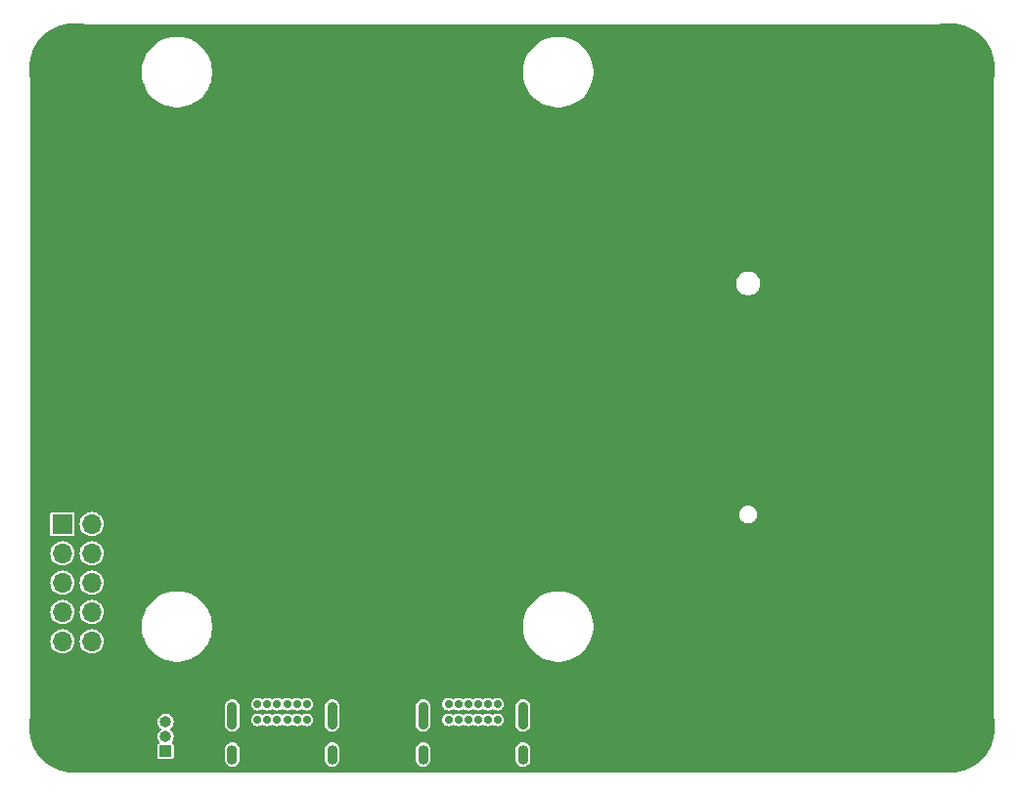
<source format=gbr>
%TF.GenerationSoftware,KiCad,Pcbnew,8.0.3*%
%TF.CreationDate,2024-11-01T12:04:32+00:00*%
%TF.ProjectId,CM4RadarBoard,434d3452-6164-4617-9242-6f6172642e6b,rev?*%
%TF.SameCoordinates,Original*%
%TF.FileFunction,Copper,L2,Inr*%
%TF.FilePolarity,Positive*%
%FSLAX46Y46*%
G04 Gerber Fmt 4.6, Leading zero omitted, Abs format (unit mm)*
G04 Created by KiCad (PCBNEW 8.0.3) date 2024-11-01 12:04:32*
%MOMM*%
%LPD*%
G01*
G04 APERTURE LIST*
%TA.AperFunction,ComponentPad*%
%ADD10C,7.400000*%
%TD*%
%TA.AperFunction,ComponentPad*%
%ADD11C,0.700000*%
%TD*%
%TA.AperFunction,ComponentPad*%
%ADD12O,0.900000X2.400000*%
%TD*%
%TA.AperFunction,ComponentPad*%
%ADD13O,0.900000X1.700000*%
%TD*%
%TA.AperFunction,ComponentPad*%
%ADD14R,1.700000X1.700000*%
%TD*%
%TA.AperFunction,ComponentPad*%
%ADD15O,1.700000X1.700000*%
%TD*%
%TA.AperFunction,ComponentPad*%
%ADD16C,0.900000*%
%TD*%
%TA.AperFunction,ComponentPad*%
%ADD17C,8.000000*%
%TD*%
%TA.AperFunction,ComponentPad*%
%ADD18R,1.000000X1.000000*%
%TD*%
%TA.AperFunction,ComponentPad*%
%ADD19O,1.000000X1.000000*%
%TD*%
G04 APERTURE END LIST*
D10*
%TO.N,GND*%
%TO.C,J9*%
X70000000Y-68500000D03*
%TD*%
%TO.N,GND*%
%TO.C,J8*%
X58000000Y-68500000D03*
%TD*%
%TO.N,GND*%
%TO.C,J7*%
X40000000Y-68500000D03*
%TD*%
D11*
%TO.N,GND*%
%TO.C,J13*%
X71435000Y-94925000D03*
%TO.N,/USB/USBDevAttach*%
X72285000Y-94925000D03*
%TO.N,Net-(J13-CC1)*%
X73135000Y-94925000D03*
%TO.N,/USB/USBDev_P*%
X73985000Y-94925000D03*
%TO.N,/USB/USBDev_N*%
X74835000Y-94925000D03*
%TO.N,unconnected-(J13-SBU1-PadA8)*%
X75685000Y-94925000D03*
%TO.N,/USB/USBDevAttach*%
X76535000Y-94925000D03*
%TO.N,GND*%
X77385000Y-94925000D03*
X77385000Y-96275000D03*
%TO.N,/USB/USBDevAttach*%
X76535000Y-96275000D03*
%TO.N,Net-(J13-CC2)*%
X75685000Y-96275000D03*
%TO.N,/USB/USBDev_P*%
X74835000Y-96275000D03*
%TO.N,/USB/USBDev_N*%
X73985000Y-96275000D03*
%TO.N,unconnected-(J13-SBU2-PadB8)*%
X73135000Y-96275000D03*
%TO.N,/USB/USBDevAttach*%
X72285000Y-96275000D03*
%TO.N,GND*%
X71435000Y-96275000D03*
D12*
%TO.N,unconnected-(J13-SHIELD-PadS1)*%
X70085000Y-95905000D03*
D13*
X70085000Y-99285000D03*
D12*
X78735000Y-95905000D03*
D13*
X78735000Y-99285000D03*
%TD*%
D14*
%TO.N,unconnected-(J6-Pin_1-Pad1)*%
%TO.C,J6*%
X38860000Y-79340000D03*
D15*
%TO.N,unconnected-(J6-Pin_2-Pad2)*%
X41400000Y-79340000D03*
%TO.N,unconnected-(J6-Pin_3-Pad3)*%
X38860000Y-81880000D03*
%TO.N,unconnected-(J6-Pin_4-Pad4)*%
X41400000Y-81880000D03*
%TO.N,unconnected-(J6-Pin_5-Pad5)*%
X38860000Y-84420000D03*
%TO.N,unconnected-(J6-Pin_6-Pad6)*%
X41400000Y-84420000D03*
%TO.N,unconnected-(J6-Pin_7-Pad7)*%
X38860000Y-86960000D03*
%TO.N,unconnected-(J6-Pin_8-Pad8)*%
X41400000Y-86960000D03*
%TO.N,unconnected-(J6-Pin_9-Pad9)*%
X38860000Y-89500000D03*
%TO.N,unconnected-(J6-Pin_10-Pad10)*%
X41400000Y-89500000D03*
%TD*%
D16*
%TO.N,GND*%
%TO.C,H2*%
X112552300Y-40000000D03*
X113430980Y-37878680D03*
X113430980Y-42121320D03*
X115552300Y-37000000D03*
D17*
X115552300Y-40000000D03*
D16*
X115552300Y-43000000D03*
X117673620Y-37878680D03*
X117673620Y-42121320D03*
X118552300Y-40000000D03*
%TD*%
D11*
%TO.N,GND*%
%TO.C,J12*%
X54915000Y-94925000D03*
%TO.N,Net-(D6-A)*%
X55765000Y-94925000D03*
%TO.N,Net-(J12-CC1)*%
X56615000Y-94925000D03*
%TO.N,/USB/USBHOST0_P*%
X57465000Y-94925000D03*
%TO.N,/USB/USBHOST0_N*%
X58315000Y-94925000D03*
%TO.N,unconnected-(J12-SBU1-PadA8)*%
X59165000Y-94925000D03*
%TO.N,Net-(D6-A)*%
X60015000Y-94925000D03*
%TO.N,GND*%
X60865000Y-94925000D03*
X60865000Y-96275000D03*
%TO.N,Net-(D6-A)*%
X60015000Y-96275000D03*
%TO.N,Net-(J12-CC2)*%
X59165000Y-96275000D03*
%TO.N,/USB/USBHOST0_P*%
X58315000Y-96275000D03*
%TO.N,/USB/USBHOST0_N*%
X57465000Y-96275000D03*
%TO.N,unconnected-(J12-SBU2-PadB8)*%
X56615000Y-96275000D03*
%TO.N,Net-(D6-A)*%
X55765000Y-96275000D03*
%TO.N,GND*%
X54915000Y-96275000D03*
D12*
%TO.N,unconnected-(J12-SHIELD-PadS1)*%
X53565000Y-95905000D03*
D13*
X53565000Y-99285000D03*
D12*
X62215000Y-95905000D03*
D13*
X62215000Y-99285000D03*
%TD*%
D16*
%TO.N,GND*%
%TO.C,H1*%
X37000000Y-40000000D03*
X37878680Y-37878680D03*
X37878680Y-42121320D03*
X40000000Y-37000000D03*
D17*
X40000000Y-40000000D03*
D16*
X40000000Y-43000000D03*
X42121320Y-37878680D03*
X42121320Y-42121320D03*
X43000000Y-40000000D03*
%TD*%
%TO.N,GND*%
%TO.C,H3*%
X37000000Y-96896000D03*
X37878680Y-94774680D03*
X37878680Y-99017320D03*
X40000000Y-93896000D03*
D17*
X40000000Y-96896000D03*
D16*
X40000000Y-99896000D03*
X42121320Y-94774680D03*
X42121320Y-99017320D03*
X43000000Y-96896000D03*
%TD*%
%TO.N,GND*%
%TO.C,H4*%
X112552300Y-96896000D03*
X113430980Y-94774680D03*
X113430980Y-99017320D03*
X115552300Y-93896000D03*
D17*
X115552300Y-96896000D03*
D16*
X115552300Y-99896000D03*
X117673620Y-94774680D03*
X117673620Y-99017320D03*
X118552300Y-96896000D03*
%TD*%
D18*
%TO.N,+5V*%
%TO.C,J14*%
X47800000Y-99000000D03*
D19*
%TO.N,/USB/USBHOST2_N*%
X47800000Y-97730000D03*
%TO.N,/USB/USBHOST2_P*%
X47800000Y-96460000D03*
%TO.N,GND*%
X47800000Y-95190000D03*
%TD*%
%TA.AperFunction,Conductor*%
%TO.N,GND*%
G36*
X115554592Y-36073105D02*
G01*
X115910059Y-36089540D01*
X115919162Y-36090383D01*
X116269375Y-36139236D01*
X116278328Y-36140910D01*
X116622515Y-36221862D01*
X116631310Y-36224364D01*
X116966552Y-36336726D01*
X116975079Y-36340029D01*
X117298532Y-36482847D01*
X117306706Y-36486917D01*
X117615599Y-36658969D01*
X117623374Y-36663783D01*
X117915073Y-36863602D01*
X117922370Y-36869113D01*
X118194377Y-37094984D01*
X118201135Y-37101144D01*
X118451155Y-37351164D01*
X118457315Y-37357922D01*
X118683186Y-37629929D01*
X118688697Y-37637226D01*
X118888516Y-37928925D01*
X118893330Y-37936700D01*
X119065379Y-38245587D01*
X119069455Y-38253773D01*
X119212270Y-38577220D01*
X119215573Y-38585747D01*
X119327935Y-38920989D01*
X119330437Y-38929784D01*
X119411385Y-39273951D01*
X119413066Y-39282940D01*
X119461916Y-39633138D01*
X119462759Y-39642243D01*
X119479194Y-39997707D01*
X119479300Y-40002279D01*
X119479300Y-96893720D01*
X119479194Y-96898292D01*
X119462759Y-97253756D01*
X119461916Y-97262861D01*
X119413066Y-97613059D01*
X119411385Y-97622048D01*
X119330437Y-97966215D01*
X119327935Y-97975010D01*
X119215573Y-98310252D01*
X119212270Y-98318779D01*
X119069455Y-98642226D01*
X119065379Y-98650412D01*
X118893330Y-98959299D01*
X118888516Y-98967074D01*
X118688697Y-99258773D01*
X118683186Y-99266070D01*
X118457315Y-99538077D01*
X118451155Y-99544835D01*
X118201135Y-99794855D01*
X118194377Y-99801015D01*
X117922370Y-100026886D01*
X117915073Y-100032397D01*
X117623374Y-100232216D01*
X117615599Y-100237030D01*
X117306712Y-100409079D01*
X117298526Y-100413155D01*
X116975079Y-100555970D01*
X116966552Y-100559273D01*
X116631310Y-100671635D01*
X116622515Y-100674137D01*
X116278348Y-100755085D01*
X116269359Y-100756766D01*
X115919161Y-100805616D01*
X115910056Y-100806459D01*
X115554593Y-100822894D01*
X115550021Y-100823000D01*
X40002279Y-100823000D01*
X39997707Y-100822894D01*
X39642243Y-100806459D01*
X39633138Y-100805616D01*
X39282940Y-100756766D01*
X39273954Y-100755085D01*
X39214521Y-100741107D01*
X38929784Y-100674137D01*
X38920989Y-100671635D01*
X38585747Y-100559273D01*
X38577220Y-100555970D01*
X38253773Y-100413155D01*
X38245587Y-100409079D01*
X37936700Y-100237030D01*
X37928925Y-100232216D01*
X37637226Y-100032397D01*
X37629929Y-100026886D01*
X37357922Y-99801015D01*
X37351164Y-99794855D01*
X37101144Y-99544835D01*
X37094984Y-99538077D01*
X36869113Y-99266070D01*
X36863602Y-99258773D01*
X36663783Y-98967074D01*
X36658969Y-98959299D01*
X36581899Y-98820932D01*
X36486917Y-98650406D01*
X36482844Y-98642226D01*
X36453988Y-98576874D01*
X36340029Y-98318779D01*
X36336726Y-98310252D01*
X36224364Y-97975010D01*
X36221862Y-97966215D01*
X36206023Y-97898872D01*
X36140910Y-97622028D01*
X36139236Y-97613075D01*
X36092844Y-97280501D01*
X36090383Y-97262861D01*
X36089540Y-97253756D01*
X36088509Y-97231465D01*
X36073106Y-96898292D01*
X36073000Y-96893720D01*
X36073000Y-96460000D01*
X47094355Y-96460000D01*
X47114860Y-96628872D01*
X47175182Y-96787930D01*
X47271817Y-96927929D01*
X47271820Y-96927931D01*
X47271823Y-96927935D01*
X47376756Y-97020898D01*
X47407775Y-97073638D01*
X47401869Y-97134537D01*
X47376756Y-97169102D01*
X47271823Y-97262064D01*
X47271816Y-97262072D01*
X47241840Y-97305500D01*
X47175182Y-97402070D01*
X47114860Y-97561128D01*
X47094355Y-97730000D01*
X47114860Y-97898872D01*
X47175182Y-98057930D01*
X47252401Y-98169801D01*
X47269897Y-98228430D01*
X47249590Y-98286147D01*
X47225929Y-98308353D01*
X47155449Y-98355447D01*
X47155445Y-98355451D01*
X47111134Y-98421766D01*
X47111132Y-98421772D01*
X47099501Y-98480241D01*
X47099500Y-98480253D01*
X47099500Y-99519746D01*
X47099501Y-99519758D01*
X47111132Y-99578227D01*
X47111133Y-99578231D01*
X47155448Y-99644552D01*
X47221769Y-99688867D01*
X47266231Y-99697711D01*
X47280241Y-99700498D01*
X47280246Y-99700498D01*
X47280252Y-99700500D01*
X47280253Y-99700500D01*
X48319747Y-99700500D01*
X48319748Y-99700500D01*
X48378231Y-99688867D01*
X48444552Y-99644552D01*
X48488867Y-99578231D01*
X48500500Y-99519748D01*
X48500500Y-98820930D01*
X52914500Y-98820930D01*
X52914500Y-99749069D01*
X52939499Y-99874742D01*
X52939500Y-99874747D01*
X52988534Y-99993125D01*
X52988538Y-99993133D01*
X53011092Y-100026886D01*
X53059724Y-100099669D01*
X53150331Y-100190276D01*
X53208636Y-100229234D01*
X53256866Y-100261461D01*
X53256870Y-100261463D01*
X53256873Y-100261465D01*
X53375256Y-100310501D01*
X53500931Y-100335500D01*
X53500932Y-100335500D01*
X53629068Y-100335500D01*
X53629069Y-100335500D01*
X53754744Y-100310501D01*
X53873127Y-100261465D01*
X53979669Y-100190276D01*
X54070276Y-100099669D01*
X54141465Y-99993127D01*
X54190501Y-99874744D01*
X54215500Y-99749069D01*
X54215500Y-98820931D01*
X54215500Y-98820930D01*
X61564500Y-98820930D01*
X61564500Y-99749069D01*
X61589499Y-99874742D01*
X61589500Y-99874747D01*
X61638534Y-99993125D01*
X61638538Y-99993133D01*
X61661092Y-100026886D01*
X61709724Y-100099669D01*
X61800331Y-100190276D01*
X61858636Y-100229234D01*
X61906866Y-100261461D01*
X61906870Y-100261463D01*
X61906873Y-100261465D01*
X62025256Y-100310501D01*
X62150931Y-100335500D01*
X62150932Y-100335500D01*
X62279068Y-100335500D01*
X62279069Y-100335500D01*
X62404744Y-100310501D01*
X62523127Y-100261465D01*
X62629669Y-100190276D01*
X62720276Y-100099669D01*
X62791465Y-99993127D01*
X62840501Y-99874744D01*
X62865500Y-99749069D01*
X62865500Y-98820931D01*
X62865500Y-98820930D01*
X69434500Y-98820930D01*
X69434500Y-99749069D01*
X69459499Y-99874742D01*
X69459500Y-99874747D01*
X69508534Y-99993125D01*
X69508538Y-99993133D01*
X69531092Y-100026886D01*
X69579724Y-100099669D01*
X69670331Y-100190276D01*
X69728636Y-100229234D01*
X69776866Y-100261461D01*
X69776870Y-100261463D01*
X69776873Y-100261465D01*
X69895256Y-100310501D01*
X70020931Y-100335500D01*
X70020932Y-100335500D01*
X70149068Y-100335500D01*
X70149069Y-100335500D01*
X70274744Y-100310501D01*
X70393127Y-100261465D01*
X70499669Y-100190276D01*
X70590276Y-100099669D01*
X70661465Y-99993127D01*
X70710501Y-99874744D01*
X70735500Y-99749069D01*
X70735500Y-98820931D01*
X70735500Y-98820930D01*
X78084500Y-98820930D01*
X78084500Y-99749069D01*
X78109499Y-99874742D01*
X78109500Y-99874747D01*
X78158534Y-99993125D01*
X78158538Y-99993133D01*
X78181092Y-100026886D01*
X78229724Y-100099669D01*
X78320331Y-100190276D01*
X78378636Y-100229234D01*
X78426866Y-100261461D01*
X78426870Y-100261463D01*
X78426873Y-100261465D01*
X78545256Y-100310501D01*
X78670931Y-100335500D01*
X78670932Y-100335500D01*
X78799068Y-100335500D01*
X78799069Y-100335500D01*
X78924744Y-100310501D01*
X79043127Y-100261465D01*
X79149669Y-100190276D01*
X79240276Y-100099669D01*
X79311465Y-99993127D01*
X79360501Y-99874744D01*
X79385500Y-99749069D01*
X79385500Y-98820931D01*
X79360501Y-98695256D01*
X79311465Y-98576873D01*
X79311463Y-98576870D01*
X79311461Y-98576866D01*
X79282717Y-98533848D01*
X79240276Y-98470331D01*
X79149669Y-98379724D01*
X79107226Y-98351365D01*
X79043133Y-98308538D01*
X79043125Y-98308534D01*
X78924747Y-98259500D01*
X78924745Y-98259499D01*
X78924744Y-98259499D01*
X78799069Y-98234500D01*
X78670931Y-98234500D01*
X78670930Y-98234500D01*
X78608093Y-98246999D01*
X78545256Y-98259499D01*
X78545255Y-98259499D01*
X78545252Y-98259500D01*
X78426874Y-98308534D01*
X78426866Y-98308538D01*
X78320331Y-98379724D01*
X78320327Y-98379727D01*
X78229727Y-98470327D01*
X78229724Y-98470331D01*
X78158538Y-98576866D01*
X78158534Y-98576874D01*
X78109500Y-98695252D01*
X78109499Y-98695257D01*
X78084500Y-98820930D01*
X70735500Y-98820930D01*
X70710501Y-98695256D01*
X70661465Y-98576873D01*
X70661463Y-98576870D01*
X70661461Y-98576866D01*
X70632717Y-98533848D01*
X70590276Y-98470331D01*
X70499669Y-98379724D01*
X70457226Y-98351365D01*
X70393133Y-98308538D01*
X70393125Y-98308534D01*
X70274747Y-98259500D01*
X70274745Y-98259499D01*
X70274744Y-98259499D01*
X70149069Y-98234500D01*
X70020931Y-98234500D01*
X70020930Y-98234500D01*
X69958093Y-98246999D01*
X69895256Y-98259499D01*
X69895255Y-98259499D01*
X69895252Y-98259500D01*
X69776874Y-98308534D01*
X69776866Y-98308538D01*
X69670331Y-98379724D01*
X69670327Y-98379727D01*
X69579727Y-98470327D01*
X69579724Y-98470331D01*
X69508538Y-98576866D01*
X69508534Y-98576874D01*
X69459500Y-98695252D01*
X69459499Y-98695257D01*
X69434500Y-98820930D01*
X62865500Y-98820930D01*
X62840501Y-98695256D01*
X62791465Y-98576873D01*
X62791463Y-98576870D01*
X62791461Y-98576866D01*
X62762717Y-98533848D01*
X62720276Y-98470331D01*
X62629669Y-98379724D01*
X62587226Y-98351365D01*
X62523133Y-98308538D01*
X62523125Y-98308534D01*
X62404747Y-98259500D01*
X62404745Y-98259499D01*
X62404744Y-98259499D01*
X62279069Y-98234500D01*
X62150931Y-98234500D01*
X62150930Y-98234500D01*
X62088093Y-98246999D01*
X62025256Y-98259499D01*
X62025255Y-98259499D01*
X62025252Y-98259500D01*
X61906874Y-98308534D01*
X61906866Y-98308538D01*
X61800331Y-98379724D01*
X61800327Y-98379727D01*
X61709727Y-98470327D01*
X61709724Y-98470331D01*
X61638538Y-98576866D01*
X61638534Y-98576874D01*
X61589500Y-98695252D01*
X61589499Y-98695257D01*
X61564500Y-98820930D01*
X54215500Y-98820930D01*
X54190501Y-98695256D01*
X54141465Y-98576873D01*
X54141463Y-98576870D01*
X54141461Y-98576866D01*
X54112717Y-98533848D01*
X54070276Y-98470331D01*
X53979669Y-98379724D01*
X53937226Y-98351365D01*
X53873133Y-98308538D01*
X53873125Y-98308534D01*
X53754747Y-98259500D01*
X53754745Y-98259499D01*
X53754744Y-98259499D01*
X53629069Y-98234500D01*
X53500931Y-98234500D01*
X53500930Y-98234500D01*
X53438093Y-98246999D01*
X53375256Y-98259499D01*
X53375255Y-98259499D01*
X53375252Y-98259500D01*
X53256874Y-98308534D01*
X53256866Y-98308538D01*
X53150331Y-98379724D01*
X53150327Y-98379727D01*
X53059727Y-98470327D01*
X53059724Y-98470331D01*
X52988538Y-98576866D01*
X52988534Y-98576874D01*
X52939500Y-98695252D01*
X52939499Y-98695257D01*
X52914500Y-98820930D01*
X48500500Y-98820930D01*
X48500500Y-98480252D01*
X48488867Y-98421769D01*
X48444552Y-98355448D01*
X48378231Y-98311133D01*
X48374071Y-98308353D01*
X48336192Y-98260303D01*
X48333790Y-98199164D01*
X48347594Y-98169807D01*
X48424818Y-98057930D01*
X48485140Y-97898872D01*
X48505645Y-97730000D01*
X48485140Y-97561128D01*
X48424818Y-97402070D01*
X48328183Y-97262071D01*
X48323969Y-97258338D01*
X48223243Y-97169103D01*
X48192224Y-97116363D01*
X48198129Y-97055463D01*
X48223243Y-97020897D01*
X48328183Y-96927929D01*
X48424818Y-96787930D01*
X48485140Y-96628872D01*
X48505645Y-96460000D01*
X48485140Y-96291128D01*
X48424818Y-96132070D01*
X48328183Y-95992071D01*
X48251995Y-95924575D01*
X48204366Y-95882379D01*
X48200852Y-95879266D01*
X48050225Y-95800210D01*
X48050224Y-95800209D01*
X48050223Y-95800209D01*
X47885058Y-95759500D01*
X47885056Y-95759500D01*
X47714944Y-95759500D01*
X47714941Y-95759500D01*
X47549776Y-95800209D01*
X47399146Y-95879267D01*
X47271818Y-95992069D01*
X47271816Y-95992072D01*
X47268156Y-95997375D01*
X47175182Y-96132070D01*
X47114860Y-96291128D01*
X47094355Y-96460000D01*
X36073000Y-96460000D01*
X36073000Y-95090931D01*
X52914500Y-95090931D01*
X52914500Y-96719069D01*
X52932852Y-96811330D01*
X52939499Y-96844742D01*
X52939500Y-96844747D01*
X52988534Y-96963125D01*
X52988538Y-96963133D01*
X53027136Y-97020897D01*
X53059724Y-97069669D01*
X53150331Y-97160276D01*
X53213848Y-97202717D01*
X53256866Y-97231461D01*
X53256870Y-97231463D01*
X53256873Y-97231465D01*
X53375256Y-97280501D01*
X53500931Y-97305500D01*
X53500932Y-97305500D01*
X53629068Y-97305500D01*
X53629069Y-97305500D01*
X53754744Y-97280501D01*
X53873127Y-97231465D01*
X53979669Y-97160276D01*
X54070276Y-97069669D01*
X54141465Y-96963127D01*
X54190501Y-96844744D01*
X54215500Y-96719069D01*
X54215500Y-96274999D01*
X55209750Y-96274999D01*
X55209750Y-96275000D01*
X55228669Y-96418708D01*
X55228670Y-96418709D01*
X55284139Y-96552625D01*
X55372379Y-96667621D01*
X55487375Y-96755861D01*
X55621291Y-96811330D01*
X55765000Y-96830250D01*
X55908709Y-96811330D01*
X56042625Y-96755861D01*
X56129732Y-96689020D01*
X56187408Y-96668596D01*
X56246074Y-96685973D01*
X56250268Y-96689021D01*
X56337369Y-96755857D01*
X56337371Y-96755858D01*
X56337375Y-96755861D01*
X56471291Y-96811330D01*
X56615000Y-96830250D01*
X56758709Y-96811330D01*
X56892625Y-96755861D01*
X56979732Y-96689020D01*
X57037408Y-96668596D01*
X57096074Y-96685973D01*
X57100268Y-96689021D01*
X57187369Y-96755857D01*
X57187371Y-96755858D01*
X57187375Y-96755861D01*
X57321291Y-96811330D01*
X57465000Y-96830250D01*
X57608709Y-96811330D01*
X57742625Y-96755861D01*
X57829732Y-96689020D01*
X57887408Y-96668596D01*
X57946074Y-96685973D01*
X57950268Y-96689021D01*
X58037369Y-96755857D01*
X58037371Y-96755858D01*
X58037375Y-96755861D01*
X58171291Y-96811330D01*
X58315000Y-96830250D01*
X58458709Y-96811330D01*
X58592625Y-96755861D01*
X58679732Y-96689020D01*
X58737408Y-96668596D01*
X58796074Y-96685973D01*
X58800268Y-96689021D01*
X58887369Y-96755857D01*
X58887371Y-96755858D01*
X58887375Y-96755861D01*
X59021291Y-96811330D01*
X59165000Y-96830250D01*
X59308709Y-96811330D01*
X59442625Y-96755861D01*
X59529732Y-96689020D01*
X59587408Y-96668596D01*
X59646074Y-96685973D01*
X59650268Y-96689021D01*
X59737369Y-96755857D01*
X59737371Y-96755858D01*
X59737375Y-96755861D01*
X59871291Y-96811330D01*
X60015000Y-96830250D01*
X60158709Y-96811330D01*
X60292625Y-96755861D01*
X60407621Y-96667621D01*
X60495861Y-96552625D01*
X60551330Y-96418709D01*
X60570250Y-96275000D01*
X60551330Y-96131291D01*
X60495861Y-95997375D01*
X60407621Y-95882379D01*
X60292625Y-95794139D01*
X60292621Y-95794137D01*
X60158709Y-95738670D01*
X60158708Y-95738669D01*
X60015000Y-95719750D01*
X59871291Y-95738669D01*
X59871290Y-95738670D01*
X59737378Y-95794137D01*
X59737374Y-95794139D01*
X59650268Y-95860979D01*
X59592592Y-95881403D01*
X59533926Y-95864026D01*
X59529732Y-95860979D01*
X59442625Y-95794139D01*
X59442621Y-95794137D01*
X59308709Y-95738670D01*
X59308708Y-95738669D01*
X59165000Y-95719750D01*
X59021291Y-95738669D01*
X59021290Y-95738670D01*
X58887378Y-95794137D01*
X58887374Y-95794139D01*
X58800268Y-95860979D01*
X58742592Y-95881403D01*
X58683926Y-95864026D01*
X58679732Y-95860979D01*
X58592625Y-95794139D01*
X58592621Y-95794137D01*
X58458709Y-95738670D01*
X58458708Y-95738669D01*
X58315000Y-95719750D01*
X58171291Y-95738669D01*
X58171290Y-95738670D01*
X58037378Y-95794137D01*
X58037374Y-95794139D01*
X57950268Y-95860979D01*
X57892592Y-95881403D01*
X57833926Y-95864026D01*
X57829732Y-95860979D01*
X57742625Y-95794139D01*
X57742621Y-95794137D01*
X57608709Y-95738670D01*
X57608708Y-95738669D01*
X57465000Y-95719750D01*
X57321291Y-95738669D01*
X57321290Y-95738670D01*
X57187378Y-95794137D01*
X57187374Y-95794139D01*
X57100268Y-95860979D01*
X57042592Y-95881403D01*
X56983926Y-95864026D01*
X56979732Y-95860979D01*
X56892625Y-95794139D01*
X56892621Y-95794137D01*
X56758709Y-95738670D01*
X56758708Y-95738669D01*
X56615000Y-95719750D01*
X56471291Y-95738669D01*
X56471290Y-95738670D01*
X56337378Y-95794137D01*
X56337374Y-95794139D01*
X56250268Y-95860979D01*
X56192592Y-95881403D01*
X56133926Y-95864026D01*
X56129732Y-95860979D01*
X56042625Y-95794139D01*
X56042621Y-95794137D01*
X55908709Y-95738670D01*
X55908708Y-95738669D01*
X55765000Y-95719750D01*
X55621291Y-95738669D01*
X55621290Y-95738670D01*
X55487378Y-95794137D01*
X55487374Y-95794139D01*
X55372381Y-95882377D01*
X55372377Y-95882381D01*
X55284139Y-95997374D01*
X55284137Y-95997378D01*
X55228670Y-96131290D01*
X55228669Y-96131291D01*
X55209750Y-96274999D01*
X54215500Y-96274999D01*
X54215500Y-95090931D01*
X54190501Y-94965256D01*
X54173826Y-94924999D01*
X55209750Y-94924999D01*
X55209750Y-94925000D01*
X55228669Y-95068708D01*
X55228670Y-95068709D01*
X55237874Y-95090931D01*
X55284139Y-95202625D01*
X55372379Y-95317621D01*
X55487375Y-95405861D01*
X55621291Y-95461330D01*
X55765000Y-95480250D01*
X55908709Y-95461330D01*
X56042625Y-95405861D01*
X56129732Y-95339020D01*
X56187408Y-95318596D01*
X56246074Y-95335973D01*
X56250268Y-95339021D01*
X56337369Y-95405857D01*
X56337371Y-95405858D01*
X56337375Y-95405861D01*
X56471291Y-95461330D01*
X56615000Y-95480250D01*
X56758709Y-95461330D01*
X56892625Y-95405861D01*
X56979732Y-95339020D01*
X57037408Y-95318596D01*
X57096074Y-95335973D01*
X57100268Y-95339021D01*
X57187369Y-95405857D01*
X57187371Y-95405858D01*
X57187375Y-95405861D01*
X57321291Y-95461330D01*
X57465000Y-95480250D01*
X57608709Y-95461330D01*
X57742625Y-95405861D01*
X57829732Y-95339020D01*
X57887408Y-95318596D01*
X57946074Y-95335973D01*
X57950268Y-95339021D01*
X58037369Y-95405857D01*
X58037371Y-95405858D01*
X58037375Y-95405861D01*
X58171291Y-95461330D01*
X58315000Y-95480250D01*
X58458709Y-95461330D01*
X58592625Y-95405861D01*
X58679732Y-95339020D01*
X58737408Y-95318596D01*
X58796074Y-95335973D01*
X58800268Y-95339021D01*
X58887369Y-95405857D01*
X58887371Y-95405858D01*
X58887375Y-95405861D01*
X59021291Y-95461330D01*
X59165000Y-95480250D01*
X59308709Y-95461330D01*
X59442625Y-95405861D01*
X59529732Y-95339020D01*
X59587408Y-95318596D01*
X59646074Y-95335973D01*
X59650268Y-95339021D01*
X59737369Y-95405857D01*
X59737371Y-95405858D01*
X59737375Y-95405861D01*
X59871291Y-95461330D01*
X60015000Y-95480250D01*
X60158709Y-95461330D01*
X60292625Y-95405861D01*
X60407621Y-95317621D01*
X60495861Y-95202625D01*
X60542125Y-95090931D01*
X61564500Y-95090931D01*
X61564500Y-96719069D01*
X61582852Y-96811330D01*
X61589499Y-96844742D01*
X61589500Y-96844747D01*
X61638534Y-96963125D01*
X61638538Y-96963133D01*
X61677136Y-97020897D01*
X61709724Y-97069669D01*
X61800331Y-97160276D01*
X61863848Y-97202717D01*
X61906866Y-97231461D01*
X61906870Y-97231463D01*
X61906873Y-97231465D01*
X62025256Y-97280501D01*
X62150931Y-97305500D01*
X62150932Y-97305500D01*
X62279068Y-97305500D01*
X62279069Y-97305500D01*
X62404744Y-97280501D01*
X62523127Y-97231465D01*
X62629669Y-97160276D01*
X62720276Y-97069669D01*
X62791465Y-96963127D01*
X62840501Y-96844744D01*
X62865500Y-96719069D01*
X62865500Y-95090931D01*
X69434500Y-95090931D01*
X69434500Y-96719069D01*
X69452852Y-96811330D01*
X69459499Y-96844742D01*
X69459500Y-96844747D01*
X69508534Y-96963125D01*
X69508538Y-96963133D01*
X69547136Y-97020897D01*
X69579724Y-97069669D01*
X69670331Y-97160276D01*
X69733848Y-97202717D01*
X69776866Y-97231461D01*
X69776870Y-97231463D01*
X69776873Y-97231465D01*
X69895256Y-97280501D01*
X70020931Y-97305500D01*
X70020932Y-97305500D01*
X70149068Y-97305500D01*
X70149069Y-97305500D01*
X70274744Y-97280501D01*
X70393127Y-97231465D01*
X70499669Y-97160276D01*
X70590276Y-97069669D01*
X70661465Y-96963127D01*
X70710501Y-96844744D01*
X70735500Y-96719069D01*
X70735500Y-96274999D01*
X71729750Y-96274999D01*
X71729750Y-96275000D01*
X71748669Y-96418708D01*
X71748670Y-96418709D01*
X71804139Y-96552625D01*
X71892379Y-96667621D01*
X72007375Y-96755861D01*
X72141291Y-96811330D01*
X72285000Y-96830250D01*
X72428709Y-96811330D01*
X72562625Y-96755861D01*
X72649732Y-96689020D01*
X72707408Y-96668596D01*
X72766074Y-96685973D01*
X72770268Y-96689021D01*
X72857369Y-96755857D01*
X72857371Y-96755858D01*
X72857375Y-96755861D01*
X72991291Y-96811330D01*
X73135000Y-96830250D01*
X73278709Y-96811330D01*
X73412625Y-96755861D01*
X73499732Y-96689020D01*
X73557408Y-96668596D01*
X73616074Y-96685973D01*
X73620268Y-96689021D01*
X73707369Y-96755857D01*
X73707371Y-96755858D01*
X73707375Y-96755861D01*
X73841291Y-96811330D01*
X73985000Y-96830250D01*
X74128709Y-96811330D01*
X74262625Y-96755861D01*
X74349732Y-96689020D01*
X74407408Y-96668596D01*
X74466074Y-96685973D01*
X74470268Y-96689021D01*
X74557369Y-96755857D01*
X74557371Y-96755858D01*
X74557375Y-96755861D01*
X74691291Y-96811330D01*
X74835000Y-96830250D01*
X74978709Y-96811330D01*
X75112625Y-96755861D01*
X75199732Y-96689020D01*
X75257408Y-96668596D01*
X75316074Y-96685973D01*
X75320268Y-96689021D01*
X75407369Y-96755857D01*
X75407371Y-96755858D01*
X75407375Y-96755861D01*
X75541291Y-96811330D01*
X75685000Y-96830250D01*
X75828709Y-96811330D01*
X75962625Y-96755861D01*
X76049732Y-96689020D01*
X76107408Y-96668596D01*
X76166074Y-96685973D01*
X76170268Y-96689021D01*
X76257369Y-96755857D01*
X76257371Y-96755858D01*
X76257375Y-96755861D01*
X76391291Y-96811330D01*
X76535000Y-96830250D01*
X76678709Y-96811330D01*
X76812625Y-96755861D01*
X76927621Y-96667621D01*
X77015861Y-96552625D01*
X77071330Y-96418709D01*
X77090250Y-96275000D01*
X77071330Y-96131291D01*
X77015861Y-95997375D01*
X76927621Y-95882379D01*
X76812625Y-95794139D01*
X76812621Y-95794137D01*
X76678709Y-95738670D01*
X76678708Y-95738669D01*
X76535000Y-95719750D01*
X76391291Y-95738669D01*
X76391290Y-95738670D01*
X76257378Y-95794137D01*
X76257374Y-95794139D01*
X76170268Y-95860979D01*
X76112592Y-95881403D01*
X76053926Y-95864026D01*
X76049732Y-95860979D01*
X75962625Y-95794139D01*
X75962621Y-95794137D01*
X75828709Y-95738670D01*
X75828708Y-95738669D01*
X75685000Y-95719750D01*
X75541291Y-95738669D01*
X75541290Y-95738670D01*
X75407378Y-95794137D01*
X75407374Y-95794139D01*
X75320268Y-95860979D01*
X75262592Y-95881403D01*
X75203926Y-95864026D01*
X75199732Y-95860979D01*
X75112625Y-95794139D01*
X75112621Y-95794137D01*
X74978709Y-95738670D01*
X74978708Y-95738669D01*
X74835000Y-95719750D01*
X74691291Y-95738669D01*
X74691290Y-95738670D01*
X74557378Y-95794137D01*
X74557374Y-95794139D01*
X74470268Y-95860979D01*
X74412592Y-95881403D01*
X74353926Y-95864026D01*
X74349732Y-95860979D01*
X74262625Y-95794139D01*
X74262621Y-95794137D01*
X74128709Y-95738670D01*
X74128708Y-95738669D01*
X73985000Y-95719750D01*
X73841291Y-95738669D01*
X73841290Y-95738670D01*
X73707378Y-95794137D01*
X73707374Y-95794139D01*
X73620268Y-95860979D01*
X73562592Y-95881403D01*
X73503926Y-95864026D01*
X73499732Y-95860979D01*
X73412625Y-95794139D01*
X73412621Y-95794137D01*
X73278709Y-95738670D01*
X73278708Y-95738669D01*
X73135000Y-95719750D01*
X72991291Y-95738669D01*
X72991290Y-95738670D01*
X72857378Y-95794137D01*
X72857374Y-95794139D01*
X72770268Y-95860979D01*
X72712592Y-95881403D01*
X72653926Y-95864026D01*
X72649732Y-95860979D01*
X72562625Y-95794139D01*
X72562621Y-95794137D01*
X72428709Y-95738670D01*
X72428708Y-95738669D01*
X72285000Y-95719750D01*
X72141291Y-95738669D01*
X72141290Y-95738670D01*
X72007378Y-95794137D01*
X72007374Y-95794139D01*
X71892381Y-95882377D01*
X71892377Y-95882381D01*
X71804139Y-95997374D01*
X71804137Y-95997378D01*
X71748670Y-96131290D01*
X71748669Y-96131291D01*
X71729750Y-96274999D01*
X70735500Y-96274999D01*
X70735500Y-95090931D01*
X70710501Y-94965256D01*
X70693826Y-94924999D01*
X71729750Y-94924999D01*
X71729750Y-94925000D01*
X71748669Y-95068708D01*
X71748670Y-95068709D01*
X71757874Y-95090931D01*
X71804139Y-95202625D01*
X71892379Y-95317621D01*
X72007375Y-95405861D01*
X72141291Y-95461330D01*
X72285000Y-95480250D01*
X72428709Y-95461330D01*
X72562625Y-95405861D01*
X72649732Y-95339020D01*
X72707408Y-95318596D01*
X72766074Y-95335973D01*
X72770268Y-95339021D01*
X72857369Y-95405857D01*
X72857371Y-95405858D01*
X72857375Y-95405861D01*
X72991291Y-95461330D01*
X73135000Y-95480250D01*
X73278709Y-95461330D01*
X73412625Y-95405861D01*
X73499732Y-95339020D01*
X73557408Y-95318596D01*
X73616074Y-95335973D01*
X73620268Y-95339021D01*
X73707369Y-95405857D01*
X73707371Y-95405858D01*
X73707375Y-95405861D01*
X73841291Y-95461330D01*
X73985000Y-95480250D01*
X74128709Y-95461330D01*
X74262625Y-95405861D01*
X74349732Y-95339020D01*
X74407408Y-95318596D01*
X74466074Y-95335973D01*
X74470268Y-95339021D01*
X74557369Y-95405857D01*
X74557371Y-95405858D01*
X74557375Y-95405861D01*
X74691291Y-95461330D01*
X74835000Y-95480250D01*
X74978709Y-95461330D01*
X75112625Y-95405861D01*
X75199732Y-95339020D01*
X75257408Y-95318596D01*
X75316074Y-95335973D01*
X75320268Y-95339021D01*
X75407369Y-95405857D01*
X75407371Y-95405858D01*
X75407375Y-95405861D01*
X75541291Y-95461330D01*
X75685000Y-95480250D01*
X75828709Y-95461330D01*
X75962625Y-95405861D01*
X76049732Y-95339020D01*
X76107408Y-95318596D01*
X76166074Y-95335973D01*
X76170268Y-95339021D01*
X76257369Y-95405857D01*
X76257371Y-95405858D01*
X76257375Y-95405861D01*
X76391291Y-95461330D01*
X76535000Y-95480250D01*
X76678709Y-95461330D01*
X76812625Y-95405861D01*
X76927621Y-95317621D01*
X77015861Y-95202625D01*
X77062125Y-95090931D01*
X78084500Y-95090931D01*
X78084500Y-96719069D01*
X78102852Y-96811330D01*
X78109499Y-96844742D01*
X78109500Y-96844747D01*
X78158534Y-96963125D01*
X78158538Y-96963133D01*
X78197136Y-97020897D01*
X78229724Y-97069669D01*
X78320331Y-97160276D01*
X78383848Y-97202717D01*
X78426866Y-97231461D01*
X78426870Y-97231463D01*
X78426873Y-97231465D01*
X78545256Y-97280501D01*
X78670931Y-97305500D01*
X78670932Y-97305500D01*
X78799068Y-97305500D01*
X78799069Y-97305500D01*
X78924744Y-97280501D01*
X79043127Y-97231465D01*
X79149669Y-97160276D01*
X79240276Y-97069669D01*
X79311465Y-96963127D01*
X79360501Y-96844744D01*
X79385500Y-96719069D01*
X79385500Y-95090931D01*
X79360501Y-94965256D01*
X79311465Y-94846873D01*
X79311463Y-94846870D01*
X79311461Y-94846866D01*
X79282717Y-94803848D01*
X79240276Y-94740331D01*
X79149669Y-94649724D01*
X79107226Y-94621365D01*
X79043133Y-94578538D01*
X79043125Y-94578534D01*
X78924747Y-94529500D01*
X78924745Y-94529499D01*
X78924744Y-94529499D01*
X78799069Y-94504500D01*
X78670931Y-94504500D01*
X78670930Y-94504500D01*
X78623042Y-94514026D01*
X78545256Y-94529499D01*
X78545255Y-94529499D01*
X78545252Y-94529500D01*
X78426874Y-94578534D01*
X78426866Y-94578538D01*
X78320331Y-94649724D01*
X78320327Y-94649727D01*
X78229727Y-94740327D01*
X78229724Y-94740331D01*
X78158538Y-94846866D01*
X78158534Y-94846874D01*
X78109500Y-94965252D01*
X78109499Y-94965257D01*
X78088921Y-95068708D01*
X78084500Y-95090931D01*
X77062125Y-95090931D01*
X77071330Y-95068709D01*
X77090250Y-94925000D01*
X77071330Y-94781291D01*
X77015861Y-94647375D01*
X76927621Y-94532379D01*
X76812625Y-94444139D01*
X76812621Y-94444137D01*
X76678709Y-94388670D01*
X76678708Y-94388669D01*
X76535000Y-94369750D01*
X76391291Y-94388669D01*
X76391290Y-94388670D01*
X76257378Y-94444137D01*
X76257374Y-94444139D01*
X76170268Y-94510979D01*
X76112592Y-94531403D01*
X76053926Y-94514026D01*
X76049732Y-94510979D01*
X76041288Y-94504500D01*
X75962625Y-94444139D01*
X75962621Y-94444137D01*
X75828709Y-94388670D01*
X75828708Y-94388669D01*
X75685000Y-94369750D01*
X75541291Y-94388669D01*
X75541290Y-94388670D01*
X75407378Y-94444137D01*
X75407374Y-94444139D01*
X75320268Y-94510979D01*
X75262592Y-94531403D01*
X75203926Y-94514026D01*
X75199732Y-94510979D01*
X75191288Y-94504500D01*
X75112625Y-94444139D01*
X75112621Y-94444137D01*
X74978709Y-94388670D01*
X74978708Y-94388669D01*
X74835000Y-94369750D01*
X74691291Y-94388669D01*
X74691290Y-94388670D01*
X74557378Y-94444137D01*
X74557374Y-94444139D01*
X74470268Y-94510979D01*
X74412592Y-94531403D01*
X74353926Y-94514026D01*
X74349732Y-94510979D01*
X74341288Y-94504500D01*
X74262625Y-94444139D01*
X74262621Y-94444137D01*
X74128709Y-94388670D01*
X74128708Y-94388669D01*
X73985000Y-94369750D01*
X73841291Y-94388669D01*
X73841290Y-94388670D01*
X73707378Y-94444137D01*
X73707374Y-94444139D01*
X73620268Y-94510979D01*
X73562592Y-94531403D01*
X73503926Y-94514026D01*
X73499732Y-94510979D01*
X73491288Y-94504500D01*
X73412625Y-94444139D01*
X73412621Y-94444137D01*
X73278709Y-94388670D01*
X73278708Y-94388669D01*
X73135000Y-94369750D01*
X72991291Y-94388669D01*
X72991290Y-94388670D01*
X72857378Y-94444137D01*
X72857374Y-94444139D01*
X72770268Y-94510979D01*
X72712592Y-94531403D01*
X72653926Y-94514026D01*
X72649732Y-94510979D01*
X72641288Y-94504500D01*
X72562625Y-94444139D01*
X72562621Y-94444137D01*
X72428709Y-94388670D01*
X72428708Y-94388669D01*
X72285000Y-94369750D01*
X72141291Y-94388669D01*
X72141290Y-94388670D01*
X72007378Y-94444137D01*
X72007374Y-94444139D01*
X71892381Y-94532377D01*
X71892377Y-94532381D01*
X71804139Y-94647374D01*
X71804137Y-94647378D01*
X71748670Y-94781290D01*
X71748669Y-94781291D01*
X71729750Y-94924999D01*
X70693826Y-94924999D01*
X70661465Y-94846873D01*
X70661463Y-94846870D01*
X70661461Y-94846866D01*
X70632717Y-94803848D01*
X70590276Y-94740331D01*
X70499669Y-94649724D01*
X70457226Y-94621365D01*
X70393133Y-94578538D01*
X70393125Y-94578534D01*
X70274747Y-94529500D01*
X70274745Y-94529499D01*
X70274744Y-94529499D01*
X70149069Y-94504500D01*
X70020931Y-94504500D01*
X70020930Y-94504500D01*
X69973042Y-94514026D01*
X69895256Y-94529499D01*
X69895255Y-94529499D01*
X69895252Y-94529500D01*
X69776874Y-94578534D01*
X69776866Y-94578538D01*
X69670331Y-94649724D01*
X69670327Y-94649727D01*
X69579727Y-94740327D01*
X69579724Y-94740331D01*
X69508538Y-94846866D01*
X69508534Y-94846874D01*
X69459500Y-94965252D01*
X69459499Y-94965257D01*
X69438921Y-95068708D01*
X69434500Y-95090931D01*
X62865500Y-95090931D01*
X62840501Y-94965256D01*
X62791465Y-94846873D01*
X62791463Y-94846870D01*
X62791461Y-94846866D01*
X62762717Y-94803848D01*
X62720276Y-94740331D01*
X62629669Y-94649724D01*
X62587226Y-94621365D01*
X62523133Y-94578538D01*
X62523125Y-94578534D01*
X62404747Y-94529500D01*
X62404745Y-94529499D01*
X62404744Y-94529499D01*
X62279069Y-94504500D01*
X62150931Y-94504500D01*
X62150930Y-94504500D01*
X62103042Y-94514026D01*
X62025256Y-94529499D01*
X62025255Y-94529499D01*
X62025252Y-94529500D01*
X61906874Y-94578534D01*
X61906866Y-94578538D01*
X61800331Y-94649724D01*
X61800327Y-94649727D01*
X61709727Y-94740327D01*
X61709724Y-94740331D01*
X61638538Y-94846866D01*
X61638534Y-94846874D01*
X61589500Y-94965252D01*
X61589499Y-94965257D01*
X61568921Y-95068708D01*
X61564500Y-95090931D01*
X60542125Y-95090931D01*
X60551330Y-95068709D01*
X60570250Y-94925000D01*
X60551330Y-94781291D01*
X60495861Y-94647375D01*
X60407621Y-94532379D01*
X60292625Y-94444139D01*
X60292621Y-94444137D01*
X60158709Y-94388670D01*
X60158708Y-94388669D01*
X60015000Y-94369750D01*
X59871291Y-94388669D01*
X59871290Y-94388670D01*
X59737378Y-94444137D01*
X59737374Y-94444139D01*
X59650268Y-94510979D01*
X59592592Y-94531403D01*
X59533926Y-94514026D01*
X59529732Y-94510979D01*
X59521288Y-94504500D01*
X59442625Y-94444139D01*
X59442621Y-94444137D01*
X59308709Y-94388670D01*
X59308708Y-94388669D01*
X59165000Y-94369750D01*
X59021291Y-94388669D01*
X59021290Y-94388670D01*
X58887378Y-94444137D01*
X58887374Y-94444139D01*
X58800268Y-94510979D01*
X58742592Y-94531403D01*
X58683926Y-94514026D01*
X58679732Y-94510979D01*
X58671288Y-94504500D01*
X58592625Y-94444139D01*
X58592621Y-94444137D01*
X58458709Y-94388670D01*
X58458708Y-94388669D01*
X58315000Y-94369750D01*
X58171291Y-94388669D01*
X58171290Y-94388670D01*
X58037378Y-94444137D01*
X58037374Y-94444139D01*
X57950268Y-94510979D01*
X57892592Y-94531403D01*
X57833926Y-94514026D01*
X57829732Y-94510979D01*
X57821288Y-94504500D01*
X57742625Y-94444139D01*
X57742621Y-94444137D01*
X57608709Y-94388670D01*
X57608708Y-94388669D01*
X57465000Y-94369750D01*
X57321291Y-94388669D01*
X57321290Y-94388670D01*
X57187378Y-94444137D01*
X57187374Y-94444139D01*
X57100268Y-94510979D01*
X57042592Y-94531403D01*
X56983926Y-94514026D01*
X56979732Y-94510979D01*
X56971288Y-94504500D01*
X56892625Y-94444139D01*
X56892621Y-94444137D01*
X56758709Y-94388670D01*
X56758708Y-94388669D01*
X56615000Y-94369750D01*
X56471291Y-94388669D01*
X56471290Y-94388670D01*
X56337378Y-94444137D01*
X56337374Y-94444139D01*
X56250268Y-94510979D01*
X56192592Y-94531403D01*
X56133926Y-94514026D01*
X56129732Y-94510979D01*
X56121288Y-94504500D01*
X56042625Y-94444139D01*
X56042621Y-94444137D01*
X55908709Y-94388670D01*
X55908708Y-94388669D01*
X55765000Y-94369750D01*
X55621291Y-94388669D01*
X55621290Y-94388670D01*
X55487378Y-94444137D01*
X55487374Y-94444139D01*
X55372381Y-94532377D01*
X55372377Y-94532381D01*
X55284139Y-94647374D01*
X55284137Y-94647378D01*
X55228670Y-94781290D01*
X55228669Y-94781291D01*
X55209750Y-94924999D01*
X54173826Y-94924999D01*
X54141465Y-94846873D01*
X54141463Y-94846870D01*
X54141461Y-94846866D01*
X54112717Y-94803848D01*
X54070276Y-94740331D01*
X53979669Y-94649724D01*
X53937226Y-94621365D01*
X53873133Y-94578538D01*
X53873125Y-94578534D01*
X53754747Y-94529500D01*
X53754745Y-94529499D01*
X53754744Y-94529499D01*
X53629069Y-94504500D01*
X53500931Y-94504500D01*
X53500930Y-94504500D01*
X53453042Y-94514026D01*
X53375256Y-94529499D01*
X53375255Y-94529499D01*
X53375252Y-94529500D01*
X53256874Y-94578534D01*
X53256866Y-94578538D01*
X53150331Y-94649724D01*
X53150327Y-94649727D01*
X53059727Y-94740327D01*
X53059724Y-94740331D01*
X52988538Y-94846866D01*
X52988534Y-94846874D01*
X52939500Y-94965252D01*
X52939499Y-94965257D01*
X52918921Y-95068708D01*
X52914500Y-95090931D01*
X36073000Y-95090931D01*
X36073000Y-89499996D01*
X37804417Y-89499996D01*
X37804417Y-89500003D01*
X37824698Y-89705929D01*
X37824699Y-89705934D01*
X37884768Y-89903954D01*
X37982316Y-90086452D01*
X38104957Y-90235891D01*
X38113590Y-90246410D01*
X38113595Y-90246414D01*
X38273547Y-90377683D01*
X38273548Y-90377683D01*
X38273550Y-90377685D01*
X38456046Y-90475232D01*
X38593997Y-90517078D01*
X38654065Y-90535300D01*
X38654070Y-90535301D01*
X38859997Y-90555583D01*
X38860000Y-90555583D01*
X38860003Y-90555583D01*
X39065929Y-90535301D01*
X39065934Y-90535300D01*
X39263954Y-90475232D01*
X39446450Y-90377685D01*
X39606410Y-90246410D01*
X39737685Y-90086450D01*
X39835232Y-89903954D01*
X39895300Y-89705934D01*
X39895301Y-89705929D01*
X39915583Y-89500003D01*
X39915583Y-89499996D01*
X40344417Y-89499996D01*
X40344417Y-89500003D01*
X40364698Y-89705929D01*
X40364699Y-89705934D01*
X40424768Y-89903954D01*
X40522316Y-90086452D01*
X40644957Y-90235891D01*
X40653590Y-90246410D01*
X40653595Y-90246414D01*
X40813547Y-90377683D01*
X40813548Y-90377683D01*
X40813550Y-90377685D01*
X40996046Y-90475232D01*
X41133997Y-90517078D01*
X41194065Y-90535300D01*
X41194070Y-90535301D01*
X41399997Y-90555583D01*
X41400000Y-90555583D01*
X41400003Y-90555583D01*
X41605929Y-90535301D01*
X41605934Y-90535300D01*
X41803954Y-90475232D01*
X41986450Y-90377685D01*
X42146410Y-90246410D01*
X42277685Y-90086450D01*
X42375232Y-89903954D01*
X42435300Y-89705934D01*
X42435301Y-89705929D01*
X42455583Y-89500003D01*
X42455583Y-89499996D01*
X42435301Y-89294070D01*
X42435300Y-89294065D01*
X42417078Y-89233997D01*
X42375232Y-89096046D01*
X42277685Y-88913550D01*
X42146410Y-88753590D01*
X42095468Y-88711783D01*
X41986452Y-88622316D01*
X41803954Y-88524768D01*
X41605934Y-88464699D01*
X41605929Y-88464698D01*
X41400003Y-88444417D01*
X41399997Y-88444417D01*
X41194070Y-88464698D01*
X41194065Y-88464699D01*
X40996045Y-88524768D01*
X40813547Y-88622316D01*
X40653595Y-88753585D01*
X40653585Y-88753595D01*
X40522316Y-88913547D01*
X40424768Y-89096045D01*
X40364699Y-89294065D01*
X40364698Y-89294070D01*
X40344417Y-89499996D01*
X39915583Y-89499996D01*
X39895301Y-89294070D01*
X39895300Y-89294065D01*
X39877078Y-89233997D01*
X39835232Y-89096046D01*
X39737685Y-88913550D01*
X39606410Y-88753590D01*
X39555468Y-88711783D01*
X39446452Y-88622316D01*
X39263954Y-88524768D01*
X39065934Y-88464699D01*
X39065929Y-88464698D01*
X38860003Y-88444417D01*
X38859997Y-88444417D01*
X38654070Y-88464698D01*
X38654065Y-88464699D01*
X38456045Y-88524768D01*
X38273547Y-88622316D01*
X38113595Y-88753585D01*
X38113585Y-88753595D01*
X37982316Y-88913547D01*
X37884768Y-89096045D01*
X37824699Y-89294065D01*
X37824698Y-89294070D01*
X37804417Y-89499996D01*
X36073000Y-89499996D01*
X36073000Y-88028686D01*
X45729500Y-88028686D01*
X45729500Y-88371313D01*
X45767860Y-88711781D01*
X45844103Y-89045820D01*
X45957263Y-89369213D01*
X45957264Y-89369215D01*
X46105916Y-89677895D01*
X46105920Y-89677902D01*
X46105924Y-89677910D01*
X46288211Y-89968018D01*
X46501834Y-90235893D01*
X46744107Y-90478166D01*
X47011982Y-90691789D01*
X47302090Y-90874076D01*
X47302101Y-90874081D01*
X47302104Y-90874083D01*
X47404660Y-90923471D01*
X47610785Y-91022736D01*
X47761753Y-91075561D01*
X47934179Y-91135896D01*
X47934182Y-91135896D01*
X47934183Y-91135897D01*
X48268217Y-91212139D01*
X48608688Y-91250500D01*
X48608689Y-91250500D01*
X48951311Y-91250500D01*
X48951312Y-91250500D01*
X49291783Y-91212139D01*
X49625817Y-91135897D01*
X49949215Y-91022736D01*
X50257910Y-90874076D01*
X50548018Y-90691789D01*
X50815893Y-90478166D01*
X51058166Y-90235893D01*
X51271789Y-89968018D01*
X51454076Y-89677910D01*
X51602736Y-89369215D01*
X51715897Y-89045817D01*
X51792139Y-88711783D01*
X51830500Y-88371312D01*
X51830500Y-88028688D01*
X51830500Y-88028686D01*
X78729500Y-88028686D01*
X78729500Y-88371313D01*
X78767860Y-88711781D01*
X78844103Y-89045820D01*
X78957263Y-89369213D01*
X78957264Y-89369215D01*
X79105916Y-89677895D01*
X79105920Y-89677902D01*
X79105924Y-89677910D01*
X79288211Y-89968018D01*
X79501834Y-90235893D01*
X79744107Y-90478166D01*
X80011982Y-90691789D01*
X80302090Y-90874076D01*
X80302101Y-90874081D01*
X80302104Y-90874083D01*
X80404660Y-90923471D01*
X80610785Y-91022736D01*
X80761753Y-91075561D01*
X80934179Y-91135896D01*
X80934182Y-91135896D01*
X80934183Y-91135897D01*
X81268217Y-91212139D01*
X81608688Y-91250500D01*
X81608689Y-91250500D01*
X81951311Y-91250500D01*
X81951312Y-91250500D01*
X82291783Y-91212139D01*
X82625817Y-91135897D01*
X82949215Y-91022736D01*
X83257910Y-90874076D01*
X83548018Y-90691789D01*
X83815893Y-90478166D01*
X84058166Y-90235893D01*
X84271789Y-89968018D01*
X84454076Y-89677910D01*
X84602736Y-89369215D01*
X84715897Y-89045817D01*
X84792139Y-88711783D01*
X84830500Y-88371312D01*
X84830500Y-88028688D01*
X84792139Y-87688217D01*
X84715897Y-87354183D01*
X84602736Y-87030785D01*
X84469475Y-86754066D01*
X84454083Y-86722104D01*
X84454081Y-86722101D01*
X84454076Y-86722090D01*
X84271789Y-86431982D01*
X84058166Y-86164107D01*
X83815893Y-85921834D01*
X83548018Y-85708211D01*
X83257910Y-85525924D01*
X83257902Y-85525920D01*
X83257895Y-85525916D01*
X82949215Y-85377264D01*
X82949213Y-85377263D01*
X82625820Y-85264103D01*
X82291781Y-85187860D01*
X81951313Y-85149500D01*
X81951312Y-85149500D01*
X81608688Y-85149500D01*
X81608686Y-85149500D01*
X81268218Y-85187860D01*
X80934179Y-85264103D01*
X80610786Y-85377263D01*
X80610784Y-85377264D01*
X80302104Y-85525916D01*
X80302092Y-85525923D01*
X80011981Y-85708211D01*
X79744108Y-85921833D01*
X79501833Y-86164108D01*
X79288211Y-86431981D01*
X79105923Y-86722092D01*
X79105916Y-86722104D01*
X78957264Y-87030784D01*
X78957263Y-87030786D01*
X78844103Y-87354179D01*
X78767860Y-87688218D01*
X78729500Y-88028686D01*
X51830500Y-88028686D01*
X51792139Y-87688217D01*
X51715897Y-87354183D01*
X51602736Y-87030785D01*
X51469475Y-86754066D01*
X51454083Y-86722104D01*
X51454081Y-86722101D01*
X51454076Y-86722090D01*
X51271789Y-86431982D01*
X51058166Y-86164107D01*
X50815893Y-85921834D01*
X50548018Y-85708211D01*
X50257910Y-85525924D01*
X50257902Y-85525920D01*
X50257895Y-85525916D01*
X49949215Y-85377264D01*
X49949213Y-85377263D01*
X49625820Y-85264103D01*
X49291781Y-85187860D01*
X48951313Y-85149500D01*
X48951312Y-85149500D01*
X48608688Y-85149500D01*
X48608686Y-85149500D01*
X48268218Y-85187860D01*
X47934179Y-85264103D01*
X47610786Y-85377263D01*
X47610784Y-85377264D01*
X47302104Y-85525916D01*
X47302092Y-85525923D01*
X47011981Y-85708211D01*
X46744108Y-85921833D01*
X46501833Y-86164108D01*
X46288211Y-86431981D01*
X46105923Y-86722092D01*
X46105916Y-86722104D01*
X45957264Y-87030784D01*
X45957263Y-87030786D01*
X45844103Y-87354179D01*
X45767860Y-87688218D01*
X45729500Y-88028686D01*
X36073000Y-88028686D01*
X36073000Y-86959996D01*
X37804417Y-86959996D01*
X37804417Y-86960003D01*
X37824698Y-87165929D01*
X37824699Y-87165934D01*
X37884768Y-87363954D01*
X37982316Y-87546452D01*
X38098659Y-87688217D01*
X38113590Y-87706410D01*
X38113595Y-87706414D01*
X38273547Y-87837683D01*
X38273548Y-87837683D01*
X38273550Y-87837685D01*
X38456046Y-87935232D01*
X38593997Y-87977078D01*
X38654065Y-87995300D01*
X38654070Y-87995301D01*
X38859997Y-88015583D01*
X38860000Y-88015583D01*
X38860003Y-88015583D01*
X39065929Y-87995301D01*
X39065934Y-87995300D01*
X39263954Y-87935232D01*
X39446450Y-87837685D01*
X39606410Y-87706410D01*
X39737685Y-87546450D01*
X39835232Y-87363954D01*
X39895300Y-87165934D01*
X39895301Y-87165929D01*
X39915583Y-86960003D01*
X39915583Y-86959996D01*
X40344417Y-86959996D01*
X40344417Y-86960003D01*
X40364698Y-87165929D01*
X40364699Y-87165934D01*
X40424768Y-87363954D01*
X40522316Y-87546452D01*
X40638659Y-87688217D01*
X40653590Y-87706410D01*
X40653595Y-87706414D01*
X40813547Y-87837683D01*
X40813548Y-87837683D01*
X40813550Y-87837685D01*
X40996046Y-87935232D01*
X41133997Y-87977078D01*
X41194065Y-87995300D01*
X41194070Y-87995301D01*
X41399997Y-88015583D01*
X41400000Y-88015583D01*
X41400003Y-88015583D01*
X41605929Y-87995301D01*
X41605934Y-87995300D01*
X41803954Y-87935232D01*
X41986450Y-87837685D01*
X42146410Y-87706410D01*
X42277685Y-87546450D01*
X42375232Y-87363954D01*
X42435300Y-87165934D01*
X42435301Y-87165929D01*
X42455583Y-86960003D01*
X42455583Y-86959996D01*
X42435301Y-86754070D01*
X42435300Y-86754065D01*
X42417078Y-86693997D01*
X42375232Y-86556046D01*
X42277685Y-86373550D01*
X42146410Y-86213590D01*
X42086116Y-86164108D01*
X41986452Y-86082316D01*
X41803954Y-85984768D01*
X41605934Y-85924699D01*
X41605929Y-85924698D01*
X41400003Y-85904417D01*
X41399997Y-85904417D01*
X41194070Y-85924698D01*
X41194065Y-85924699D01*
X40996045Y-85984768D01*
X40813547Y-86082316D01*
X40653595Y-86213585D01*
X40653585Y-86213595D01*
X40522316Y-86373547D01*
X40424768Y-86556045D01*
X40364699Y-86754065D01*
X40364698Y-86754070D01*
X40344417Y-86959996D01*
X39915583Y-86959996D01*
X39895301Y-86754070D01*
X39895300Y-86754065D01*
X39877078Y-86693997D01*
X39835232Y-86556046D01*
X39737685Y-86373550D01*
X39606410Y-86213590D01*
X39546116Y-86164108D01*
X39446452Y-86082316D01*
X39263954Y-85984768D01*
X39065934Y-85924699D01*
X39065929Y-85924698D01*
X38860003Y-85904417D01*
X38859997Y-85904417D01*
X38654070Y-85924698D01*
X38654065Y-85924699D01*
X38456045Y-85984768D01*
X38273547Y-86082316D01*
X38113595Y-86213585D01*
X38113585Y-86213595D01*
X37982316Y-86373547D01*
X37884768Y-86556045D01*
X37824699Y-86754065D01*
X37824698Y-86754070D01*
X37804417Y-86959996D01*
X36073000Y-86959996D01*
X36073000Y-84419996D01*
X37804417Y-84419996D01*
X37804417Y-84420003D01*
X37824698Y-84625929D01*
X37824699Y-84625934D01*
X37884768Y-84823954D01*
X37982316Y-85006452D01*
X38099712Y-85149500D01*
X38113590Y-85166410D01*
X38113595Y-85166414D01*
X38273547Y-85297683D01*
X38273548Y-85297683D01*
X38273550Y-85297685D01*
X38456046Y-85395232D01*
X38593997Y-85437078D01*
X38654065Y-85455300D01*
X38654070Y-85455301D01*
X38859997Y-85475583D01*
X38860000Y-85475583D01*
X38860003Y-85475583D01*
X39065929Y-85455301D01*
X39065934Y-85455300D01*
X39263954Y-85395232D01*
X39446450Y-85297685D01*
X39606410Y-85166410D01*
X39737685Y-85006450D01*
X39835232Y-84823954D01*
X39895300Y-84625934D01*
X39895301Y-84625929D01*
X39915583Y-84420003D01*
X39915583Y-84419996D01*
X40344417Y-84419996D01*
X40344417Y-84420003D01*
X40364698Y-84625929D01*
X40364699Y-84625934D01*
X40424768Y-84823954D01*
X40522316Y-85006452D01*
X40639712Y-85149500D01*
X40653590Y-85166410D01*
X40653595Y-85166414D01*
X40813547Y-85297683D01*
X40813548Y-85297683D01*
X40813550Y-85297685D01*
X40996046Y-85395232D01*
X41133997Y-85437078D01*
X41194065Y-85455300D01*
X41194070Y-85455301D01*
X41399997Y-85475583D01*
X41400000Y-85475583D01*
X41400003Y-85475583D01*
X41605929Y-85455301D01*
X41605934Y-85455300D01*
X41803954Y-85395232D01*
X41986450Y-85297685D01*
X42146410Y-85166410D01*
X42277685Y-85006450D01*
X42375232Y-84823954D01*
X42435300Y-84625934D01*
X42435301Y-84625929D01*
X42455583Y-84420003D01*
X42455583Y-84419996D01*
X42435301Y-84214070D01*
X42435300Y-84214065D01*
X42417078Y-84153997D01*
X42375232Y-84016046D01*
X42277685Y-83833550D01*
X42146410Y-83673590D01*
X42146404Y-83673585D01*
X41986452Y-83542316D01*
X41803954Y-83444768D01*
X41605934Y-83384699D01*
X41605929Y-83384698D01*
X41400003Y-83364417D01*
X41399997Y-83364417D01*
X41194070Y-83384698D01*
X41194065Y-83384699D01*
X40996045Y-83444768D01*
X40813547Y-83542316D01*
X40653595Y-83673585D01*
X40653585Y-83673595D01*
X40522316Y-83833547D01*
X40424768Y-84016045D01*
X40364699Y-84214065D01*
X40364698Y-84214070D01*
X40344417Y-84419996D01*
X39915583Y-84419996D01*
X39895301Y-84214070D01*
X39895300Y-84214065D01*
X39877078Y-84153997D01*
X39835232Y-84016046D01*
X39737685Y-83833550D01*
X39606410Y-83673590D01*
X39606404Y-83673585D01*
X39446452Y-83542316D01*
X39263954Y-83444768D01*
X39065934Y-83384699D01*
X39065929Y-83384698D01*
X38860003Y-83364417D01*
X38859997Y-83364417D01*
X38654070Y-83384698D01*
X38654065Y-83384699D01*
X38456045Y-83444768D01*
X38273547Y-83542316D01*
X38113595Y-83673585D01*
X38113585Y-83673595D01*
X37982316Y-83833547D01*
X37884768Y-84016045D01*
X37824699Y-84214065D01*
X37824698Y-84214070D01*
X37804417Y-84419996D01*
X36073000Y-84419996D01*
X36073000Y-81879996D01*
X37804417Y-81879996D01*
X37804417Y-81880003D01*
X37824698Y-82085929D01*
X37824699Y-82085934D01*
X37884768Y-82283954D01*
X37982316Y-82466452D01*
X38113585Y-82626404D01*
X38113590Y-82626410D01*
X38113595Y-82626414D01*
X38273547Y-82757683D01*
X38273548Y-82757683D01*
X38273550Y-82757685D01*
X38456046Y-82855232D01*
X38593997Y-82897078D01*
X38654065Y-82915300D01*
X38654070Y-82915301D01*
X38859997Y-82935583D01*
X38860000Y-82935583D01*
X38860003Y-82935583D01*
X39065929Y-82915301D01*
X39065934Y-82915300D01*
X39263954Y-82855232D01*
X39446450Y-82757685D01*
X39606410Y-82626410D01*
X39737685Y-82466450D01*
X39835232Y-82283954D01*
X39895300Y-82085934D01*
X39895301Y-82085929D01*
X39915583Y-81880003D01*
X39915583Y-81879996D01*
X40344417Y-81879996D01*
X40344417Y-81880003D01*
X40364698Y-82085929D01*
X40364699Y-82085934D01*
X40424768Y-82283954D01*
X40522316Y-82466452D01*
X40653585Y-82626404D01*
X40653590Y-82626410D01*
X40653595Y-82626414D01*
X40813547Y-82757683D01*
X40813548Y-82757683D01*
X40813550Y-82757685D01*
X40996046Y-82855232D01*
X41133997Y-82897078D01*
X41194065Y-82915300D01*
X41194070Y-82915301D01*
X41399997Y-82935583D01*
X41400000Y-82935583D01*
X41400003Y-82935583D01*
X41605929Y-82915301D01*
X41605934Y-82915300D01*
X41803954Y-82855232D01*
X41986450Y-82757685D01*
X42146410Y-82626410D01*
X42277685Y-82466450D01*
X42375232Y-82283954D01*
X42435300Y-82085934D01*
X42435301Y-82085929D01*
X42455583Y-81880003D01*
X42455583Y-81879996D01*
X42435301Y-81674070D01*
X42435300Y-81674065D01*
X42417078Y-81613997D01*
X42375232Y-81476046D01*
X42277685Y-81293550D01*
X42146410Y-81133590D01*
X42146404Y-81133585D01*
X41986452Y-81002316D01*
X41803954Y-80904768D01*
X41605934Y-80844699D01*
X41605929Y-80844698D01*
X41400003Y-80824417D01*
X41399997Y-80824417D01*
X41194070Y-80844698D01*
X41194065Y-80844699D01*
X40996045Y-80904768D01*
X40813547Y-81002316D01*
X40653595Y-81133585D01*
X40653585Y-81133595D01*
X40522316Y-81293547D01*
X40424768Y-81476045D01*
X40364699Y-81674065D01*
X40364698Y-81674070D01*
X40344417Y-81879996D01*
X39915583Y-81879996D01*
X39895301Y-81674070D01*
X39895300Y-81674065D01*
X39877078Y-81613997D01*
X39835232Y-81476046D01*
X39737685Y-81293550D01*
X39606410Y-81133590D01*
X39606404Y-81133585D01*
X39446452Y-81002316D01*
X39263954Y-80904768D01*
X39065934Y-80844699D01*
X39065929Y-80844698D01*
X38860003Y-80824417D01*
X38859997Y-80824417D01*
X38654070Y-80844698D01*
X38654065Y-80844699D01*
X38456045Y-80904768D01*
X38273547Y-81002316D01*
X38113595Y-81133585D01*
X38113585Y-81133595D01*
X37982316Y-81293547D01*
X37884768Y-81476045D01*
X37824699Y-81674065D01*
X37824698Y-81674070D01*
X37804417Y-81879996D01*
X36073000Y-81879996D01*
X36073000Y-78470253D01*
X37809500Y-78470253D01*
X37809500Y-80209746D01*
X37809501Y-80209758D01*
X37821132Y-80268227D01*
X37821134Y-80268233D01*
X37865445Y-80334548D01*
X37865448Y-80334552D01*
X37931769Y-80378867D01*
X37976231Y-80387711D01*
X37990241Y-80390498D01*
X37990246Y-80390498D01*
X37990252Y-80390500D01*
X37990253Y-80390500D01*
X39729747Y-80390500D01*
X39729748Y-80390500D01*
X39788231Y-80378867D01*
X39854552Y-80334552D01*
X39898867Y-80268231D01*
X39910500Y-80209748D01*
X39910500Y-79339996D01*
X40344417Y-79339996D01*
X40344417Y-79340003D01*
X40364698Y-79545929D01*
X40364699Y-79545934D01*
X40424768Y-79743954D01*
X40522316Y-79926452D01*
X40653585Y-80086404D01*
X40653590Y-80086410D01*
X40653595Y-80086414D01*
X40813547Y-80217683D01*
X40813548Y-80217683D01*
X40813550Y-80217685D01*
X40996046Y-80315232D01*
X41133997Y-80357078D01*
X41194065Y-80375300D01*
X41194070Y-80375301D01*
X41399997Y-80395583D01*
X41400000Y-80395583D01*
X41400003Y-80395583D01*
X41605929Y-80375301D01*
X41605934Y-80375300D01*
X41803954Y-80315232D01*
X41986450Y-80217685D01*
X42146410Y-80086410D01*
X42277685Y-79926450D01*
X42375232Y-79743954D01*
X42435300Y-79545934D01*
X42435301Y-79545929D01*
X42455583Y-79340003D01*
X42455583Y-79339996D01*
X42435301Y-79134070D01*
X42435300Y-79134065D01*
X42417078Y-79073997D01*
X42375232Y-78936046D01*
X42277685Y-78753550D01*
X42255244Y-78726206D01*
X42146414Y-78593595D01*
X42146410Y-78593590D01*
X42125442Y-78576382D01*
X41986452Y-78462316D01*
X41914052Y-78423617D01*
X97455500Y-78423617D01*
X97455500Y-78576382D01*
X97485302Y-78726204D01*
X97485302Y-78726206D01*
X97543759Y-78867334D01*
X97543759Y-78867335D01*
X97586049Y-78930626D01*
X97628630Y-78994352D01*
X97736648Y-79102370D01*
X97863663Y-79187239D01*
X98004795Y-79245698D01*
X98154620Y-79275500D01*
X98154621Y-79275500D01*
X98307379Y-79275500D01*
X98307380Y-79275500D01*
X98457205Y-79245698D01*
X98598337Y-79187239D01*
X98725352Y-79102370D01*
X98833370Y-78994352D01*
X98918239Y-78867337D01*
X98976698Y-78726205D01*
X99006500Y-78576380D01*
X99006500Y-78423620D01*
X98976698Y-78273795D01*
X98918240Y-78132665D01*
X98918240Y-78132664D01*
X98897094Y-78101018D01*
X98833370Y-78005648D01*
X98725352Y-77897630D01*
X98598337Y-77812761D01*
X98598336Y-77812760D01*
X98598334Y-77812759D01*
X98457205Y-77754302D01*
X98307382Y-77724500D01*
X98307380Y-77724500D01*
X98154620Y-77724500D01*
X98154617Y-77724500D01*
X98004795Y-77754302D01*
X98004793Y-77754302D01*
X97863665Y-77812759D01*
X97863664Y-77812759D01*
X97736648Y-77897630D01*
X97736644Y-77897633D01*
X97628633Y-78005644D01*
X97628630Y-78005648D01*
X97543759Y-78132664D01*
X97543759Y-78132665D01*
X97485302Y-78273793D01*
X97485302Y-78273795D01*
X97455500Y-78423617D01*
X41914052Y-78423617D01*
X41803954Y-78364768D01*
X41605934Y-78304699D01*
X41605929Y-78304698D01*
X41400003Y-78284417D01*
X41399997Y-78284417D01*
X41194070Y-78304698D01*
X41194065Y-78304699D01*
X40996045Y-78364768D01*
X40813547Y-78462316D01*
X40653595Y-78593585D01*
X40653585Y-78593595D01*
X40522316Y-78753547D01*
X40424768Y-78936045D01*
X40364699Y-79134065D01*
X40364698Y-79134070D01*
X40344417Y-79339996D01*
X39910500Y-79339996D01*
X39910500Y-78470252D01*
X39908921Y-78462316D01*
X39907711Y-78456231D01*
X39898867Y-78411769D01*
X39854552Y-78345448D01*
X39854548Y-78345445D01*
X39788233Y-78301134D01*
X39788231Y-78301133D01*
X39788228Y-78301132D01*
X39788227Y-78301132D01*
X39729758Y-78289501D01*
X39729748Y-78289500D01*
X37990252Y-78289500D01*
X37990251Y-78289500D01*
X37990241Y-78289501D01*
X37931772Y-78301132D01*
X37931766Y-78301134D01*
X37865451Y-78345445D01*
X37865445Y-78345451D01*
X37821134Y-78411766D01*
X37821132Y-78411772D01*
X37809501Y-78470241D01*
X37809500Y-78470253D01*
X36073000Y-78470253D01*
X36073000Y-58398994D01*
X97205500Y-58398994D01*
X97205500Y-58601005D01*
X97244908Y-58799124D01*
X97244910Y-58799130D01*
X97322213Y-58985755D01*
X97322214Y-58985756D01*
X97434442Y-59153718D01*
X97577282Y-59296558D01*
X97745244Y-59408786D01*
X97931873Y-59486091D01*
X98129997Y-59525500D01*
X98129998Y-59525500D01*
X98332002Y-59525500D01*
X98332003Y-59525500D01*
X98530127Y-59486091D01*
X98716756Y-59408786D01*
X98884718Y-59296558D01*
X99027558Y-59153718D01*
X99139786Y-58985756D01*
X99217091Y-58799127D01*
X99256500Y-58601003D01*
X99256500Y-58398997D01*
X99217091Y-58200873D01*
X99139786Y-58014244D01*
X99027558Y-57846282D01*
X98884718Y-57703442D01*
X98716756Y-57591214D01*
X98716757Y-57591214D01*
X98716755Y-57591213D01*
X98530130Y-57513910D01*
X98530124Y-57513908D01*
X98332005Y-57474500D01*
X98332003Y-57474500D01*
X98129997Y-57474500D01*
X98129994Y-57474500D01*
X97931875Y-57513908D01*
X97931869Y-57513910D01*
X97745244Y-57591213D01*
X97577285Y-57703439D01*
X97434439Y-57846285D01*
X97322213Y-58014244D01*
X97244910Y-58200869D01*
X97244908Y-58200875D01*
X97205500Y-58398994D01*
X36073000Y-58398994D01*
X36073000Y-40028686D01*
X45729500Y-40028686D01*
X45729500Y-40371313D01*
X45767860Y-40711781D01*
X45844103Y-41045820D01*
X45957263Y-41369213D01*
X45957264Y-41369215D01*
X46105916Y-41677895D01*
X46105920Y-41677902D01*
X46105924Y-41677910D01*
X46288211Y-41968018D01*
X46501834Y-42235893D01*
X46744107Y-42478166D01*
X47011982Y-42691789D01*
X47302090Y-42874076D01*
X47302101Y-42874081D01*
X47302104Y-42874083D01*
X47404660Y-42923471D01*
X47610785Y-43022736D01*
X47761753Y-43075561D01*
X47934179Y-43135896D01*
X47934182Y-43135896D01*
X47934183Y-43135897D01*
X48268217Y-43212139D01*
X48608688Y-43250500D01*
X48608689Y-43250500D01*
X48951311Y-43250500D01*
X48951312Y-43250500D01*
X49291783Y-43212139D01*
X49625817Y-43135897D01*
X49949215Y-43022736D01*
X50257910Y-42874076D01*
X50548018Y-42691789D01*
X50815893Y-42478166D01*
X51058166Y-42235893D01*
X51271789Y-41968018D01*
X51454076Y-41677910D01*
X51602736Y-41369215D01*
X51715897Y-41045817D01*
X51792139Y-40711783D01*
X51830500Y-40371312D01*
X51830500Y-40028688D01*
X51830500Y-40028686D01*
X78729500Y-40028686D01*
X78729500Y-40371313D01*
X78767860Y-40711781D01*
X78844103Y-41045820D01*
X78957263Y-41369213D01*
X78957264Y-41369215D01*
X79105916Y-41677895D01*
X79105920Y-41677902D01*
X79105924Y-41677910D01*
X79288211Y-41968018D01*
X79501834Y-42235893D01*
X79744107Y-42478166D01*
X80011982Y-42691789D01*
X80302090Y-42874076D01*
X80302101Y-42874081D01*
X80302104Y-42874083D01*
X80404660Y-42923471D01*
X80610785Y-43022736D01*
X80761753Y-43075561D01*
X80934179Y-43135896D01*
X80934182Y-43135896D01*
X80934183Y-43135897D01*
X81268217Y-43212139D01*
X81608688Y-43250500D01*
X81608689Y-43250500D01*
X81951311Y-43250500D01*
X81951312Y-43250500D01*
X82291783Y-43212139D01*
X82625817Y-43135897D01*
X82949215Y-43022736D01*
X83257910Y-42874076D01*
X83548018Y-42691789D01*
X83815893Y-42478166D01*
X84058166Y-42235893D01*
X84271789Y-41968018D01*
X84454076Y-41677910D01*
X84602736Y-41369215D01*
X84715897Y-41045817D01*
X84792139Y-40711783D01*
X84830500Y-40371312D01*
X84830500Y-40028688D01*
X84792139Y-39688217D01*
X84715897Y-39354183D01*
X84602736Y-39030785D01*
X84454076Y-38722090D01*
X84271789Y-38431982D01*
X84058166Y-38164107D01*
X83815893Y-37921834D01*
X83548018Y-37708211D01*
X83257910Y-37525924D01*
X83257902Y-37525920D01*
X83257895Y-37525916D01*
X82949215Y-37377264D01*
X82949213Y-37377263D01*
X82625820Y-37264103D01*
X82291781Y-37187860D01*
X81951313Y-37149500D01*
X81951312Y-37149500D01*
X81608688Y-37149500D01*
X81608686Y-37149500D01*
X81268218Y-37187860D01*
X80934179Y-37264103D01*
X80610786Y-37377263D01*
X80610784Y-37377264D01*
X80302104Y-37525916D01*
X80302092Y-37525923D01*
X80011981Y-37708211D01*
X79744108Y-37921833D01*
X79501833Y-38164108D01*
X79288211Y-38431981D01*
X79105923Y-38722092D01*
X79105916Y-38722104D01*
X78957264Y-39030784D01*
X78957263Y-39030786D01*
X78844103Y-39354179D01*
X78767860Y-39688218D01*
X78729500Y-40028686D01*
X51830500Y-40028686D01*
X51792139Y-39688217D01*
X51715897Y-39354183D01*
X51602736Y-39030785D01*
X51454076Y-38722090D01*
X51271789Y-38431982D01*
X51058166Y-38164107D01*
X50815893Y-37921834D01*
X50548018Y-37708211D01*
X50257910Y-37525924D01*
X50257902Y-37525920D01*
X50257895Y-37525916D01*
X49949215Y-37377264D01*
X49949213Y-37377263D01*
X49625820Y-37264103D01*
X49291781Y-37187860D01*
X48951313Y-37149500D01*
X48951312Y-37149500D01*
X48608688Y-37149500D01*
X48608686Y-37149500D01*
X48268218Y-37187860D01*
X47934179Y-37264103D01*
X47610786Y-37377263D01*
X47610784Y-37377264D01*
X47302104Y-37525916D01*
X47302092Y-37525923D01*
X47011981Y-37708211D01*
X46744108Y-37921833D01*
X46501833Y-38164108D01*
X46288211Y-38431981D01*
X46105923Y-38722092D01*
X46105916Y-38722104D01*
X45957264Y-39030784D01*
X45957263Y-39030786D01*
X45844103Y-39354179D01*
X45767860Y-39688218D01*
X45729500Y-40028686D01*
X36073000Y-40028686D01*
X36073000Y-40002279D01*
X36073106Y-39997707D01*
X36082251Y-39799904D01*
X36089540Y-39642238D01*
X36090383Y-39633138D01*
X36122706Y-39401421D01*
X36139236Y-39282920D01*
X36140909Y-39273974D01*
X36221863Y-38929778D01*
X36224364Y-38920989D01*
X36291028Y-38722092D01*
X36336728Y-38585739D01*
X36340029Y-38577220D01*
X36482851Y-38253758D01*
X36486912Y-38245601D01*
X36658974Y-37936690D01*
X36663777Y-37928934D01*
X36863603Y-37637224D01*
X36869113Y-37629929D01*
X37094993Y-37357911D01*
X37101133Y-37351175D01*
X37351175Y-37101133D01*
X37357911Y-37094993D01*
X37629930Y-36869111D01*
X37637226Y-36863602D01*
X37928934Y-36663777D01*
X37936690Y-36658974D01*
X38245601Y-36486912D01*
X38253758Y-36482851D01*
X38577227Y-36340026D01*
X38585739Y-36336728D01*
X38920994Y-36224362D01*
X38929778Y-36221863D01*
X39273974Y-36140909D01*
X39282920Y-36139236D01*
X39633139Y-36090382D01*
X39642238Y-36089540D01*
X39997707Y-36073105D01*
X40002279Y-36073000D01*
X40039882Y-36073000D01*
X115512418Y-36073000D01*
X115550021Y-36073000D01*
X115554592Y-36073105D01*
G37*
%TD.AperFunction*%
%TD*%
M02*

</source>
